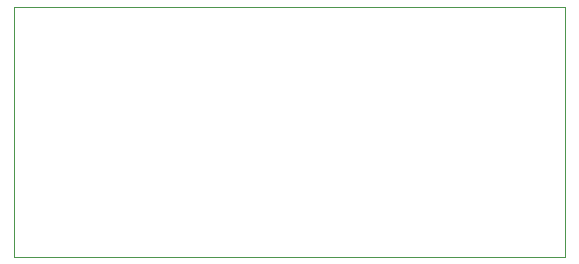
<source format=gm1>
G04 #@! TF.FileFunction,Profile,NP*
%FSLAX46Y46*%
G04 Gerber Fmt 4.6, Leading zero omitted, Abs format (unit mm)*
G04 Created by KiCad (PCBNEW 4.0.4-stable) date 09/24/17 15:17:15*
%MOMM*%
%LPD*%
G01*
G04 APERTURE LIST*
%ADD10C,0.150000*%
%ADD11C,0.100000*%
G04 APERTURE END LIST*
D10*
D11*
X312500000Y-134170000D02*
X265920000Y-134170000D01*
X312500000Y-112990000D02*
X312500000Y-134170000D01*
X265920000Y-112990000D02*
X312500000Y-112990000D01*
X265920000Y-112990000D02*
X265920000Y-134170000D01*
M02*

</source>
